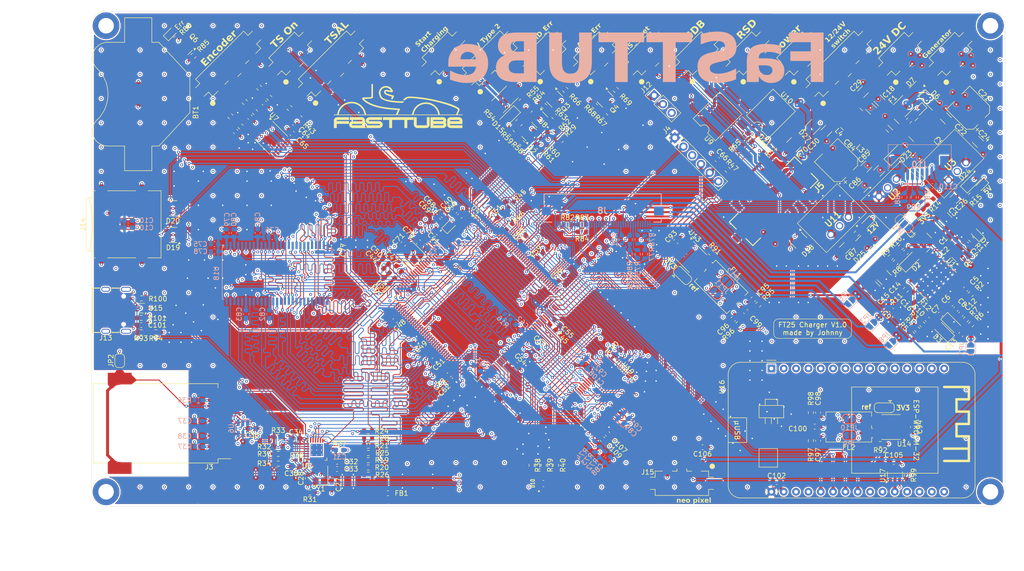
<source format=kicad_pcb>
(kicad_pcb
	(version 20241229)
	(generator "pcbnew")
	(generator_version "9.0")
	(general
		(thickness 1.6238)
		(legacy_teardrops no)
	)
	(paper "A4")
	(layers
		(0 "F.Cu" signal)
		(4 "In1.Cu" power)
		(6 "In2.Cu" power)
		(2 "B.Cu" signal)
		(9 "F.Adhes" user "F.Adhesive")
		(11 "B.Adhes" user "B.Adhesive")
		(13 "F.Paste" user)
		(15 "B.Paste" user)
		(5 "F.SilkS" user "F.Silkscreen")
		(7 "B.SilkS" user "B.Silkscreen")
		(1 "F.Mask" user)
		(3 "B.Mask" user)
		(17 "Dwgs.User" user "User.Drawings")
		(19 "Cmts.User" user "User.Comments")
		(21 "Eco1.User" user "User.Eco1")
		(23 "Eco2.User" user "User.Eco2")
		(25 "Edge.Cuts" user)
		(27 "Margin" user)
		(31 "F.CrtYd" user "F.Courtyard")
		(29 "B.CrtYd" user "B.Courtyard")
		(35 "F.Fab" user)
		(33 "B.Fab" user)
		(39 "User.1" user)
		(41 "User.2" user)
		(43 "User.3" user)
		(45 "User.4" user)
		(47 "User.5" user)
		(49 "User.6" user)
		(51 "User.7" user)
		(53 "User.8" user)
		(55 "User.9" user)
	)
	(setup
		(stackup
			(layer "F.SilkS"
				(type "Top Silk Screen")
			)
			(layer "F.Paste"
				(type "Top Solder Paste")
			)
			(layer "F.Mask"
				(type "Top Solder Mask")
				(thickness 0.01)
			)
			(layer "F.Cu"
				(type "copper")
				(thickness 0.035)
			)
			(layer "dielectric 1"
				(type "prepreg")
				(thickness 0.0994)
				(material "FR4")
				(epsilon_r 4.1)
				(loss_tangent 0.02)
			)
			(layer "In1.Cu"
				(type "copper")
				(thickness 0.035)
			)
			(layer "dielectric 2"
				(type "core")
				(thickness 1.265)
				(material "FR4")
				(epsilon_r 4.5)
				(loss_tangent 0.02)
			)
			(layer "In2.Cu"
				(type "copper")
				(thickness 0.035)
			)
			(layer "dielectric 3"
				(type "prepreg")
				(thickness 0.0994)
				(material "FR4")
				(epsilon_r 4.1)
				(loss_tangent 0.02)
			)
			(layer "B.Cu"
				(type "copper")
				(thickness 0.035)
			)
			(layer "B.Mask"
				(type "Bottom Solder Mask")
				(thickness 0.01)
			)
			(layer "B.Paste"
				(type "Bottom Solder Paste")
			)
			(layer "B.SilkS"
				(type "Bottom Silk Screen")
			)
			(copper_finish "None")
			(dielectric_constraints yes)
		)
		(pad_to_mask_clearance 0)
		(allow_soldermask_bridges_in_footprints no)
		(tenting front back)
		(pcbplotparams
			(layerselection 0x00000000_00000000_55555555_5755f5ff)
			(plot_on_all_layers_selection 0x00000000_00000000_00000000_00000000)
			(disableapertmacros no)
			(usegerberextensions no)
			(usegerberattributes yes)
			(usegerberadvancedattributes yes)
			(creategerberjobfile yes)
			(dashed_line_dash_ratio 12.000000)
			(dashed_line_gap_ratio 3.000000)
			(svgprecision 4)
			(plotframeref no)
			(mode 1)
			(useauxorigin no)
			(hpglpennumber 1)
			(hpglpenspeed 20)
			(hpglpendiameter 15.000000)
			(pdf_front_fp_property_popups yes)
			(pdf_back_fp_property_popups yes)
			(pdf_metadata yes)
			(pdf_single_document no)
			(dxfpolygonmode yes)
			(dxfimperialunits yes)
			(dxfusepcbnewfont yes)
			(psnegative no)
			(psa4output no)
			(plot_black_and_white yes)
			(plotinvisibletext no)
			(sketchpadsonfab no)
			(plotpadnumbers no)
			(hidednponfab no)
			(sketchdnponfab yes)
			(crossoutdnponfab yes)
			(subtractmaskfromsilk no)
			(outputformat 1)
			(mirror no)
			(drillshape 0)
			(scaleselection 1)
			(outputdirectory "Gerber/")
		)
	)
	(net 0 "")
	(net 1 "+3V3_FER")
	(net 2 "Earth")
	(net 3 "/Ethernet/LED_G")
	(net 4 "/Ethernet/LED_Y")
	(net 5 "GND")
	(net 6 "+3V3")
	(net 7 "+5V")
	(net 8 "/Power/3V3_Display")
	(net 9 "Net-(C5-Pad2)")
	(net 10 "Net-(U1-COMP)")
	(net 11 "Net-(U1-C1+)")
	(net 12 "Net-(U1-C1-)")
	(net 13 "Net-(U1-C2+)")
	(net 14 "Net-(U1-C2-)")
	(net 15 "Net-(U1-DRV)")
	(net 16 "Net-(U1-FB1)")
	(net 17 "Net-(U1-REF)")
	(net 18 "Net-(U1-VCOMIN)")
	(net 19 "+24V")
	(net 20 "Net-(U3-VI)")
	(net 21 "Net-(U2-VI)")
	(net 22 "/Peripherals/V_{ref2}")
	(net 23 "Net-(D1-A)")
	(net 24 "Net-(D15-K)")
	(net 25 "/IEC_Charging_Circuit/CP")
	(net 26 "/IEC_Charging_Circuit/PP")
	(net 27 "/Core/EV_Start_Charging")
	(net 28 "/Display/LCD_VGL")
	(net 29 "Net-(Q1-B)")
	(net 30 "Net-(Q2-G)")
	(net 31 "Net-(U1-FB3)")
	(net 32 "Net-(U1-FB2)")
	(net 33 "/IEC_Charging_Circuit/PWM_SENSE")
	(net 34 "/Core/Charging_Point_PWM")
	(net 35 "/Core/~{IMD_Error_LED}")
	(net 36 "/SDRAM/D9")
	(net 37 "/SDRAM/A11")
	(net 38 "/Core/~{AMS_Error_LED}")
	(net 39 "/SDRAM/D0")
	(net 40 "unconnected-(U4B-PC13-Pad8)")
	(net 41 "unconnected-(U4B-PD4-Pad146)")
	(net 42 "/Core/PCAP_RST")
	(net 43 "/Display/B5")
	(net 44 "unconnected-(U4B-PD13-Pad101)")
	(net 45 "/SDRAM/D14")
	(net 46 "/SDRAM/D2")
	(net 47 "/SDRAM/D4")
	(net 48 "/Core/OSC_in")
	(net 49 "/Core/SWCLK")
	(net 50 "unconnected-(U4B-PG3-Pad107)")
	(net 51 "/Display/R2")
	(net 52 "/SDRAM/A3")
	(net 53 "/SDRAM/D13")
	(net 54 "/Core/LCD_Reset")
	(net 55 "/Display/R0")
	(net 56 "/SDRAM/A2")
	(net 57 "/Display/R7")
	(net 58 "/Display/B4")
	(net 59 "/Core/AMS_Reset_in")
	(net 60 "/Core/AMS_Reset_out")
	(net 61 "/Core/SDC_out")
	(net 62 "/SDRAM/A0")
	(net 63 "unconnected-(U4B-PF8-Pad26)")
	(net 64 "/SDRAM/SDNE0")
	(net 65 "/Core/SWDIO")
	(net 66 "/SDRAM/A10")
	(net 67 "unconnected-(U4B-PH15-Pad130)")
	(net 68 "/Display/G0")
	(net 69 "/SDRAM/BA0")
	(net 70 "/Ethernet/RMII_TX_EN")
	(net 71 "/Core/NRST")
	(net 72 "/SDRAM/D12")
	(net 73 "/SDRAM/NBL0")
	(net 74 "/Display/B0")
	(net 75 "/Core/RMII_nRST")
	(net 76 "/Display/G2")
	(net 77 "/Display/R1")
	(net 78 "unconnected-(U4B-PI9-Pad11)")
	(net 79 "/SDRAM/SDNWE")
	(net 80 "/Ethernet/RMII_RXD1")
	(net 81 "/SDRAM/A9")
	(net 82 "/SDRAM/D11")
	(net 83 "unconnected-(U4B-PH12-Pad89)")
	(net 84 "/Display/DE")
	(net 85 "/Display/G3")
	(net 86 "/Display/CLK")
	(net 87 "/Peripherals/USART_RX")
	(net 88 "unconnected-(U4B-PD3-Pad145)")
	(net 89 "unconnected-(U4B-PI3-Pad134)")
	(net 90 "/Peripherals/USB_OTG_VBUS")
	(net 91 "/SDRAM/A4")
	(net 92 "/Display/B3")
	(net 93 "/Peripherals/SDMMC_D0")
	(net 94 "/SDRAM/D15")
	(net 95 "/SDRAM/D3")
	(net 96 "/Display/G4")
	(net 97 "/SDRAM/A7")
	(net 98 "unconnected-(U4E-PG2-Pad106)")
	(net 99 "Net-(U4F-BOOT0)")
	(net 100 "unconnected-(U4B-PD7-Pad151)")
	(net 101 "/Display/G7")
	(net 102 "/Core/LED_B")
	(net 103 "/Ethernet/RMII_MDIO")
	(net 104 "/Display/G1")
	(net 105 "/Display/R6")
	(net 106 "/SDRAM/D6")
	(net 107 "/SDRAM/A1")
	(net 108 "/SDRAM/D8")
	(net 109 "/Display/B6")
	(net 110 "/Display/R4")
	(net 111 "/Core/OSC_out")
	(net 112 "unconnected-(U4B-PF6-Pad24)")
	(net 113 "/SDRAM/A5")
	(net 114 "/Display/G6")
	(net 115 "/Peripherals/ESP_RX")
	(net 116 "unconnected-(U4B-PF9-Pad27)")
	(net 117 "/Display/G5")
	(net 118 "/Core/LED_G")
	(net 119 "/Display/R5")
	(net 120 "unconnected-(U4B-PF7-Pad25)")
	(net 121 "/Ethernet/RMII_TXD1")
	(net 122 "/SDRAM/D5")
	(net 123 "/Peripherals/SDMMC_CMD")
	(net 124 "/SDRAM/D1")
	(net 125 "Net-(U4A-VREF+)")
	(net 126 "/Display/B1")
	(net 127 "/Display/B7")
	(net 128 "unconnected-(U4B-PD11-Pad99)")
	(net 129 "/Ethernet/RMII_MDC")
	(net 130 "unconnected-(U4B-PD12-Pad100)")
	(net 131 "/Core/OSC32_in")
	(net 132 "/SDRAM/SDCLK")
	(net 133 "/Peripherals/USART_TX")
	(net 134 "unconnected-(U4B-PA10-Pad121)")
	(net 135 "/Core/LED_R")
	(net 136 "/SDRAM/SDCKE0")
	(net 137 "/Ethernet/RMII_RXD0")
	(net 138 "unconnected-(U4B-PH11-Pad88)")
	(net 139 "/Ethernet/RMII_CRS_DV")
	(net 140 "/Core/TRACESWO")
	(net 141 "/Display/HSYNC")
	(net 142 "/Ethernet/RMII_TXD0")
	(net 143 "/SDRAM/D10")
	(net 144 "/SDRAM/SDNCAS")
	(net 145 "/Display/R3")
	(net 146 "/Core/OSC32_out")
	(net 147 "/Display/VSYNC")
	(net 148 "/SDRAM/D7")
	(net 149 "unconnected-(U4B-PG9-Pad152)")
	(net 150 "/SDRAM/BA1")
	(net 151 "/SDRAM/SDNRAS")
	(net 152 "/SDRAM/A6")
	(net 153 "/SDRAM/NBL1")
	(net 154 "/Display/B2")
	(net 155 "/Ethernet/RMII_REF_CLK")
	(net 156 "/SDRAM/A8")
	(net 157 "unconnected-(U4B-PB2-Pad58)")
	(net 158 "/Ethernet/XTAL2")
	(net 159 "/Ethernet/XTAL1")
	(net 160 "/Peripherals/ESP_TX")
	(net 161 "/Peripherals/STM_CAN_TX")
	(net 162 "/Peripherals/STM_CAN_RX")
	(net 163 "/Peripherals/SDMMC_CK")
	(net 164 "/Peripherals/ESP_CAN_RX")
	(net 165 "/SDC_and_SCS/RSD_in")
	(net 166 "/SDC_and_SCS/RSD_out")
	(net 167 "/Peripherals/ESP_CAN_TX")
	(net 168 "/Display/LCD_VGH")
	(net 169 "Net-(D5-A)")
	(net 170 "Net-(D9-A)")
	(net 171 "/Core/SDC_in")
	(net 172 "Net-(Q3-G)")
	(net 173 "Net-(Q4-G)")
	(net 174 "/Core/SDC_enable")
	(net 175 "/Display/I2C_SDA")
	(net 176 "/Display/I2C_SCL")
	(net 177 "/Display/LCD_SELB")
	(net 178 "VDD")
	(net 179 "/Display/LCD_STBYB")
	(net 180 "Net-(J1-Pin_1)")
	(net 181 "/Display/LCD_U{slash}D")
	(net 182 "/Display/LCD_L{slash}R")
	(net 183 "/Display/RXIN0-")
	(net 184 "/Display/RXCLKIN+")
	(net 185 "/Display/RXIN0+")
	(net 186 "/Display/RXIN2-")
	(net 187 "/Display/RXIN1-")
	(net 188 "/Display/RXIN2+")
	(net 189 "/Display/RXIN3+")
	(net 190 "/Display/RXIN3-")
	(net 191 "/Display/RXIN1+")
	(net 192 "/Display/RXCLKIN-")
	(net 193 "Net-(J2-Pin_1)")
	(net 194 "Net-(U4F-PDR_ON)")
	(net 195 "/Peripherals/SDMMC_D1")
	(net 196 "/Peripherals/SDMMC_D2")
	(net 197 "/Peripherals/SDMMC_D3")
	(net 198 "/Core/SDC_Voltage")
	(net 199 "/Core/TSAL_Green")
	(net 200 "/Core/TS_on")
	(net 201 "/Peripherals/USB_OTG_DP")
	(net 202 "/Peripherals/USB_OTG_DN")
	(net 203 "/Peripherals/D-")
	(net 204 "/Peripherals/D+")
	(net 205 "/Core/PCAP_Int")
	(net 206 "/Display/LCD_VDD")
	(net 207 "/Core/Encoder_push")
	(net 208 "/Core/Encoder_A")
	(net 209 "/Core/Encoder_B")
	(net 210 "/Ethernet/RXN")
	(net 211 "/Ethernet/TXN")
	(net 212 "/Ethernet/RXP")
	(net 213 "/Ethernet/TXP")
	(net 214 "/Core/SDC_on")
	(net 215 "/Core/EncB_on")
	(net 216 "/Core/EncPush_on")
	(net 217 "/Core/EncA_on")
	(net 218 "Net-(D16-A)")
	(net 219 "Net-(D16-K)")
	(net 220 "Net-(D17-K)")
	(net 221 "Net-(D17-A)")
	(net 222 "/Display/LCD_AVDD")
	(net 223 "/Display/VCOM")
	(net 224 "Net-(D7-K)")
	(net 225 "unconnected-(U4B-PH9-Pad86)")
	(net 226 "unconnected-(U4B-PH6-Pad83)")
	(net 227 "unconnected-(U4B-PH7-Pad84)")
	(net 228 "Net-(D3-A)")
	(net 229 "Net-(J13-CC2)")
	(net 230 "Net-(U5-VDDCR)")
	(net 231 "Net-(C39-Pad1)")
	(net 232 "Net-(C45-Pad1)")
	(net 233 "Net-(C64-Pad1)")
	(net 234 "Net-(C67-Pad1)")
	(net 235 "Net-(C72-Pad1)")
	(net 236 "Net-(C73-Pad1)")
	(net 237 "Net-(U15-VBUS)")
	(net 238 "Net-(D2-A)")
	(net 239 "Net-(D8-A)")
	(net 240 "Net-(D10-BK)")
	(net 241 "Net-(D10-GK)")
	(net 242 "Net-(D10-RK)")
	(net 243 "Net-(JP12-B)")
	(net 244 "Net-(JP11-B)")
	(net 245 "Net-(JP9-B)")
	(net 246 "Net-(JP10-B)")
	(net 247 "Net-(Q6-G)")
	(net 248 "Net-(J3-Pad11)")
	(net 249 "Net-(J3-Pad2)")
	(net 250 "unconnected-(J3-NC-Pad9)")
	(net 251 "Net-(J5-Pin_2)")
	(net 252 "Net-(J13-CC1)")
	(net 253 "unconnected-(J13-SBU2-PadB8)")
	(net 254 "unconnected-(J13-SBU1-PadA8)")
	(net 255 "Net-(Q2-D)")
	(net 256 "Net-(R29-Pad1)")
	(net 257 "Net-(J15-Pin_2)")
	(net 258 "Net-(JP4-C)")
	(net 259 "Net-(JP5-C)")
	(net 260 "Net-(R3-Pad2)")
	(net 261 "Net-(R8-Pad2)")
	(net 262 "/Peripherals/V_{ref1}")
	(net 263 "Net-(U5-RXD0{slash}MODE0)")
	(net 264 "Net-(U5-RXD1{slash}MODE1)")
	(net 265 "Net-(U5-CRS_DV{slash}MODE2)")
	(net 266 "Net-(U5-~{INT}{slash}REFCLKO)")
	(net 267 "Net-(U5-RXER{slash}PHYAD0)")
	(net 268 "Net-(U5-RBIAS)")
	(net 269 "Net-(U8--)")
	(net 270 "Net-(R65-Pad1)")
	(net 271 "Net-(R70-Pad2)")
	(net 272 "V_{In}")
	(net 273 "Net-(R75-Pad2)")
	(net 274 "Net-(U13-Rs)")
	(net 275 "Net-(U14-Rs)")
	(net 276 "Net-(U16-D21)")
	(net 277 "unconnected-(U7-Pad12)")
	(net 278 "unconnected-(U7-Pad10)")
	(net 279 "unconnected-(U9-Pad3)")
	(net 280 "unconnected-(U10-Pad3)")
	(net 281 "unconnected-(U10-Pad5)")
	(net 282 "unconnected-(U16-D26-Pad7)")
	(net 283 "unconnected-(U16-D2-Pad27)")
	(net 284 "unconnected-(U16-VIN-Pad1)")
	(net 285 "unconnected-(U16-D34-Pad12)")
	(net 286 "unconnected-(U16-D39{slash}VN-Pad13)")
	(net 287 "unconnected-(U16-D19-Pad21)")
	(net 288 "unconnected-(U16-D36{slash}VP-Pad14)")
	(net 289 "unconnected-(U16-TX0{slash}D1-Pad18)")
	(net 290 "unconnected-(U16-D14-Pad5)")
	(net 291 "unconnected-(U16-D25-Pad8)")
	(net 292 "unconnected-(U16-D15-Pad28)")
	(net 293 "unconnected-(U16-D13-Pad3)")
	(net 294 "unconnected-(U16-D23-Pad16)")
	(net 295 "unconnected-(U16-D27-Pad6)")
	(net 296 "unconnected-(U16-EN-Pad15)")
	(net 297 "unconnected-(U16-D33-Pad9)")
	(net 298 "unconnected-(U16-D22-Pad17)")
	(net 299 "unconnected-(U16-D35-Pad11)")
	(net 300 "unconnected-(U16-D18-Pad22)")
	(net 301 "unconnected-(U16-D12-Pad4)")
	(net 302 "unconnected-(U16-D32-Pad10)")
	(net 303 "unconnected-(U16-RX0{slash}D3-Pad19)")
	(net 304 "unconnected-(U17-NC-Pad1)")
	(net 305 "Net-(BT1-+)")
	(net 306 "VBAT")
	(net 307 "Net-(D22-A)")
	(net 308 "Net-(U4E-PG8)")
	(net 309 "unconnected-(U18-NC-Pad40)")
	(net 310 "unconnected-(U18-NC-Pad36)")
	(net 311 "Net-(U11-VI)")
	(net 312 "Net-(D25-K)")
	(net 313 "Net-(D26-A)")
	(net 314 "+12V")
	(net 315 "unconnected-(J8-Pin_37-Pad37)")
	(net 316 "unconnected-(J8-Pin_23-Pad23)")
	(net 317 "unconnected-(J8-Pin_26-Pad26)")
	(net 318 "Net-(J8-Pin_35)")
	(net 319 "unconnected-(J8-Pin_27-Pad27)")
	(net 320 "unconnected-(J8-Pin_24-Pad24)")
	(net 321 "Net-(J8-Pin_38)")
	(net 322 "unconnected-(J8-Pin_4-Pad4)")
	(net 323 "Net-(J8-Pin_29)")
	(net 324 "Net-(J8-Pin_1)")
	(net 325 "unconnected-(J8-Pin_36-Pad36)")
	(net 326 "Net-(U19-CLKSEL)")
	(net 327 "Net-(U19-~{SHTDN})")
	(net 328 "Net-(R76-Pad2)")
	(net 329 "/Core/CAN+")
	(net 330 "/Core/CAN-")
	(net 331 "Net-(R43-Pad2)")
	(footprint "Capacitor_SMD:C_1206_3216Metric" (layer "F.Cu") (at 218.05 68.997055 -45))
	(footprint "Capacitor_SMD:C_0603_1608Metric" (layer "F.Cu") (at 217.599138 91.659104 45))
	(footprint "Package_SO:SOIC-8_3.9x4.9mm_P1.27mm" (layer "F.Cu") (at 214.55 127.660001 180))
	(footprint "Resistor_SMD:R_0603_1608Metric" (layer "F.Cu") (at 106.95 137.5))
	(footprint "Capacitor_SMD:C_0603_1608Metric" (layer "F.Cu") (at 158.3 112.25 45))
	(footprint "Capacitor_SMD:C_1206_3216Metric" (layer "F.Cu") (at 232.45 68.897055 -45))
	(footprint "Capacitor_SMD:C_0603_1608Metric" (layer "F.Cu") (at 91.3 67.197055 135))
	(footprint "Capacitor_SMD:C_0603_1608Metric" (layer "F.Cu") (at 218.670709 101.512049 -45))
	(footprint "Charger:ESP32-WROOM-32-DevKit-30Pin" (layer "F.Cu") (at 189.92 115.6 -90))
	(footprint "LED_SMD:LED_0603_1608Metric" (layer "F.Cu") (at 66.35 46.55 45))
	(footprint "Inductor_SMD:L_Wuerth_WE-PD2-Typ-MS" (layer "F.Cu") (at 211.8 68.697055 -45))
	(footprint "Package_TO_SOT_SMD:SOT-23-3" (layer "F.Cu") (at 155.728751 60.125806 -45))
	(footprint "Resistor_SMD:R_0603_1608Metric" (layer "F.Cu") (at 88.425 131.675 180))
	(footprint "Package_DIP:SMDIP-6_W9.53mm" (layer "F.Cu") (at 178.828751 63.675806 135))
	(footprint "FaSTTUBe_connectors:Micro_Mate-N-Lok_2p_vertical" (layer "F.Cu") (at 226.8 50.8 -135))
	(footprint "Resistor_SMD:R_0603_1608Metric" (layer "F.Cu") (at 187.260986 102.407037 45))
	(footprint "Resistor_SMD:R_0603_1608Metric" (layer "F.Cu") (at 60.2725 101.16 180))
	(footprint "Diode_SMD:D_SOD-123" (layer "F.Cu") (at 222.6 60.547055 -45))
	(footprint "Package_SO:TSSOP-56_6.1x14mm_P0.5mm" (layer "F.Cu") (at 154.773231 121.177037 -45))
	(footprint "Inductor_SMD:L_0603_1608Metric" (layer "F.Cu") (at 111 141.3 180))
	(footprint "Resistor_SMD:R_0603_1608Metric" (layer "F.Cu") (at 60.2475 108.16))
	(footprint "Inductor_SMD:L_Wuerth_WE-PD2-Typ-MS" (layer "F.Cu") (at 221.75 66.297055 45))
	(footprint "LED_SMD:LED_0603_1608Metric" (layer "F.Cu") (at 220.356847 62.390208 -135))
	(footprint "Capacitor_SMD:CP_Elec_6.3x7.7" (layer "F.Cu") (at 230.75 62.247055 135))
	(footprint "Capacitor_SMD:C_0603_1608Metric" (layer "F.Cu") (at 199.55 124.685001 90))
	(footprint "LED_SMD:LED_0603_1608Metric"
		(layer "F.Cu")
		(uuid "1f34baa5-2d47-413a-acd2-7464f5d472f5")
		(at 232.120709 87.912049 135)
		(descr "LED SMD 0603 (1608 Metric), square (rectangular) end terminal, IPC_7351 nominal, (Body size source: http://www.tortai-tech.com/upload/download/2011102023233369053.pdf), generated with kicad-footprint-generator")
		(tags "LED")
		(property "Reference" "D1"
			(at -2.439518 0.035355 135)
			(layer "F.SilkS")
			(uuid "89b09451-c746-4b6c-af57-954da90da0bd")
			(effects
				(font
					(size 1 1)
					(thickness 0.15)
				)
			)
		)
		(property "Value" "LED"
			(at 0 1.43 135)
			(layer "F.Fab")
			(uuid "36dbd8d7-c542-4e2f-a50d-e2c354c80ccd")
			(effects
				(font
					(size 1 1)
					(thickness 0.15)
				)
			)
		)
		(property "Datasheet" ""
			(at 0 0 135)
			(unlocked yes)
			(layer "F.Fab")
			(hide yes)
			(uuid "0eaaacc7-8ef7-43c3-8116-775b34855269")
			(effects
				(font
					(size 1.27 1.27)
					(thickness 0.15)
				)
			)
		)
		(property "Description" ""
			(at 0 0 135)
			(unlocked yes)
			(layer "F.Fab")
			(hide yes)
			(uuid "41583d99-75b9-47ec-ab06-3440d63eda37")
			(effects
				(font
					(size 1.27 1.27)
					(thickness 0.15)
				)
			)
		)
		(property ki_fp_filters "LED* LED_SMD:* LED_THT:*")
		(path "/91c9895f-7dce-429f-866f-2980d966c967/f4877ad5-fef9-44e7-b1f1-a2ec8ac204bf")
		(sheetname "/Power/")
		(sheetfile "Power.kicad_sch")
		(attr smd)
		(fp_line
			(start 0.8 -0.735)
			(end -1.485 -0.735)
			(stroke
				(width 0.12)
				(type solid)
			)
			(layer "F.SilkS")
			(uuid "9acb9f3c-221c-4c1c-aa92-68df2cc6c783")
		)
		(fp_line
			(start -1.485 -0.735)
			(end -1.485 0.735)
			(stroke
				(width 0.12)
				(type solid)
			)
			(layer "F.SilkS")
			(uuid "fc27798f-bfe9-44b8-8458-a21c50e8c785")
		)
		(fp_line
			(start -1.485 0.735)
			(end 0.8 0.735)
			(stroke
				(width 0.12)
				(type solid)
			)
			(layer "F.SilkS")
			(uuid "a4c512c7-ab45-4ce5-87d9-f6ed13720958")
		)
		(fp_line
			(start 1.48 -0.73)
			(end 1.48 0.73)
			(stroke
				(width 0.05)
				(type solid)
			)
			(layer "F.CrtYd")
			(uuid "425bb85f-1488-4c44-a540-390a3e41c9bd")
		)
		(fp_line
			(start 1.48 0.73)
			(end -1.48 0.73)
			(stroke
				(width 0.05)
				(type solid)
			)
			(layer "F.CrtYd")
			(uuid "f4cb1cf5-fc55-4c1a-954d-f3c599ef0e5a")
		)
		(fp_line
			(start -1.48 -0.73)
			(end 1.48 -0.73)
			(stroke
				(width 0.05)
				(type solid)
			)
			(layer "F.CrtYd")
			(uuid "7a5a1f17-b441-4dfa-9a17-b1f4568b7f67")
		)
		(fp_line
			(start -1.48 0.73)
			(end -1.48 -0.73)
			(stroke
				(width 0.05)
				(type solid)
			)
			(layer "F.CrtYd")
			(uuid "77860eb3-ded6-4efe-9576-1a03c290c190")
		)
		(fp_line
			(start 0.8 -0.4)
			(end -0.5 -0.4)
			(stroke
				(width 0.1)
				(type solid)
			)
			(layer "F.Fab")
			(uuid "ac469250-b267-4244-ba44-2adac400479a")
		)
		(fp_line
			(start 0.8 0.4)
			(end 0.8 -0.4)
			(stroke
				(width 0.1)
				(type solid)
			)
			(layer "F.Fab")
			(uuid "012faa27-9803-455a-9472-4321983d8e06")
		)
		(fp_line
			(s
... [9870028 chars truncated]
</source>
